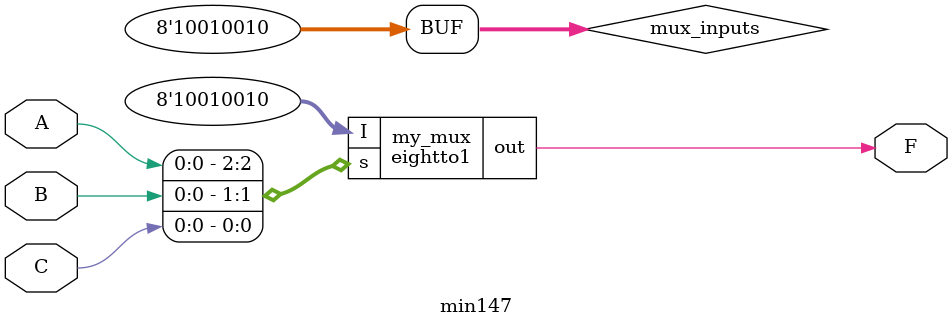
<source format=v>
module twoto1(input A,input B,input sel,output out);
wire ns,and1,and2;
not G1(ns,sel);
and G2(and1,ns,A);
and G3(and2,sel,B);
or G4(out,and1,and2);
endmodule
module fourto1(input [3:0] s1,input  [1:0]sel,output reg  out);
always @(*) begin
    case(sel)
    2'b00:out=s1[0];
        2'b01:out=s1[1];
    2'b10:out=s1[2];
    2'b11:out=s1[3];


    endcase
end
endmodule
module eightto1(input[7:0]I,input[2:0]s,output  out);
wire out1,out2;
fourto1 f1(.s1(I[3:0]),.sel(s[1:0]),.out(out1));
fourto1 f2(.s1(I[7:4]),.sel(s[1:0]),.out(out2));
twoto1 f3(.A(out1),.B(out2),.sel(s[2]),.out(out));
// if use only 4 to 1
//fourto1 f3(.s1({2'b00,out1,out2}),.sel({s[2],1'b0}),.out(out));
//fourto1 f3(.s1({out1,out2,out1,out2}),.sel({s[2],s[2]}),.out(out));

endmodule
module min147(input A,input B,input C,output  F);
 wire [7:0] mux_inputs;
    
    // Assign MUX inputs based on minterms 1, 4, and 7
    assign mux_inputs[0] = 1'b0; // m(0)
    assign mux_inputs[1] = 1'b1; // m(1)
    assign mux_inputs[2] = 1'b0; // m(2)
    assign mux_inputs[3] = 1'b0; // m(3)
    assign mux_inputs[4] = 1'b1; // m(4)
    assign mux_inputs[5] = 1'b0; // m(5)
    assign mux_inputs[6] = 1'b0; // m(6)
    assign mux_inputs[7] = 1'b1; // m(7)
    
    // Instantiate the 8-to-1 MUX and connect inputs
    eightto1 my_mux(.I(mux_inputs), .s({A, B, C}), .out(F));
endmodule
</source>
